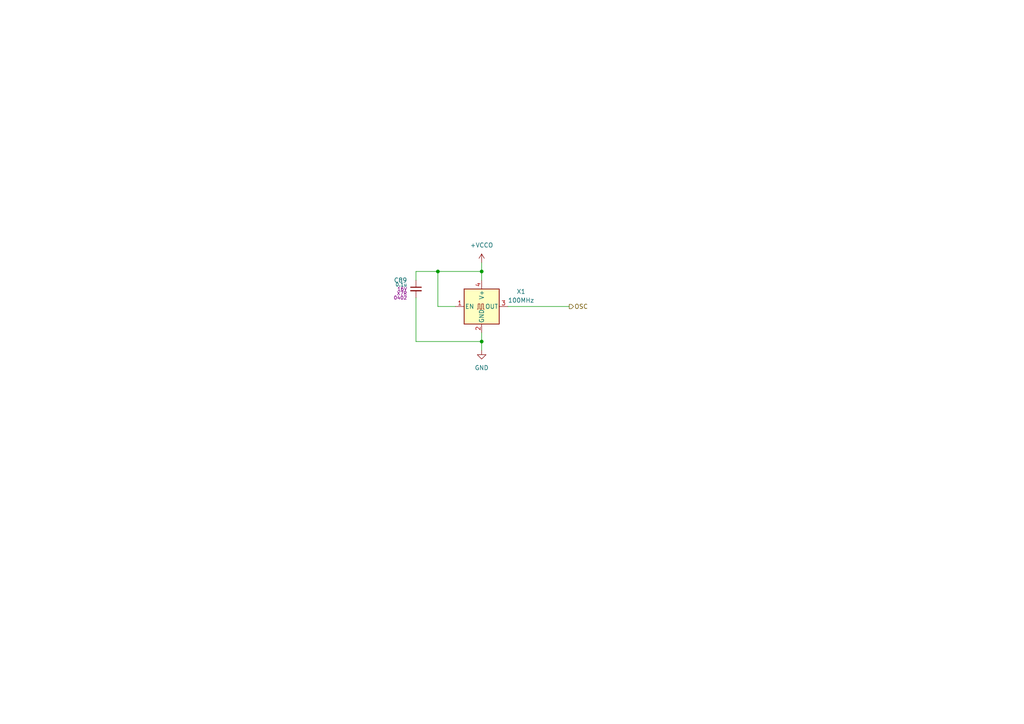
<source format=kicad_sch>
(kicad_sch (version 20230121) (generator eeschema)
  (paper "A4")
  (title_block (title "PCIeDMA") (date "2024-01-01") (rev "1"))
  (lib_symbols
    (symbol "Device:C_Small" (pin_numbers hide) (pin_names (offset 0.254) hide)
      (property "Reference" "C" (at 0.254 1.778 0))
      (property "Value" "C_Small" (at 0.254 -2.032 0))
      (symbol "C_Small_0_1"
        (polyline (pts (xy -1.524 -0.508) (xy 1.524 -0.508)) (stroke (width 0.3302)))
        (polyline (pts (xy -1.524 0.508) (xy 1.524 0.508)) (stroke (width 0.3048)))
      )
      (symbol "C_Small_1_1"
        (pin passive line (at 0 2.54 270) (length 2.032) (name "~") (number "1"))
        (pin passive line (at 0 -2.54 90) (length 2.032) (name "~") (number "2"))
      )
    )
    (symbol "PCIeDMA:+VCCO" (power) (pin_names (offset 0))
      (property "Value" "+VCCO" (at 0 3.556 0))
      (symbol "+VCCO_0_1"
        (polyline (pts (xy -0.762 1.27) (xy 0 2.54)))
        (polyline (pts (xy 0 0) (xy 0 2.54)))
        (polyline (pts (xy 0 2.54) (xy 0.762 1.27)))
      )
      (symbol "+VCCO_1_1"
        (pin power_in line (at 0 0 90) (length 0) hide (name "+VCCO") (number "1"))
      )
    )
    (symbol "PCIeDMA:Oscillator" (pin_names (offset 0.254))
      (property "Reference" "X" (at -5.08 6.35 0))
      (property "Value" "Oscillator" (at 1.27 -6.35 0))
      (symbol "Oscillator_0_1"
        (rectangle (start -5.08 5.08) (end 5.08 -5.08) (stroke (width 0.254)) (fill (type background)))
        (polyline (pts (xy -1.27 -0.762) (xy -1.016 -0.762) (xy -1.016 0.762) (xy -0.508 0.762) (xy -0.508 -0.762) (xy 0 -0.762) (xy 0 0.762) (xy 0.508 0.762) (xy 0.508 -0.762) (xy 0.762 -0.762)))
      )
      (symbol "Oscillator_1_1"
        (pin input line (at -7.62 0 0) (length 2.54) (name "EN") (number "1"))
        (pin power_in line (at 0 -7.62 90) (length 2.54) (name "GND") (number "2"))
        (pin output line (at 7.62 0 180) (length 2.54) (name "OUT") (number "3"))
        (pin power_in line (at 0 7.62 270) (length 2.54) (name "V+") (number "4"))
      )
    )
    (symbol "power:GND" (power) (pin_names (offset 0))
      (property "Value" "GND" (at 0 -3.81 0))
      (symbol "GND_0_1"
        (polyline (pts (xy 0 0) (xy 0 -1.27) (xy 1.27 -1.27) (xy 0 -2.54) (xy -1.27 -1.27) (xy 0 -1.27)))
      )
      (symbol "GND_1_1"
        (pin power_in line (at 0 0 270) (length 0) hide (name "GND") (number "1"))
      )
    )
  )
  (junction (at 139.7 99.06))
  (junction (at 127 78.74))
  (junction (at 139.7 78.74))
  (wire (pts (xy 120.65 78.74) (xy 120.65 81.28)))
  (wire (pts (xy 139.7 99.06) (xy 139.7 101.6)))
  (wire (pts (xy 139.7 78.74) (xy 139.7 81.28)))
  (wire (pts (xy 139.7 76.2) (xy 139.7 78.74)))
  (wire (pts (xy 127 78.74) (xy 120.65 78.74)))
  (wire (pts (xy 132.08 88.9) (xy 127 88.9)))
  (wire (pts (xy 127 88.9) (xy 127 78.74)))
  (wire (pts (xy 147.32 88.9) (xy 165.1 88.9)))
  (wire (pts (xy 120.65 99.06) (xy 139.7 99.06)))
  (wire (pts (xy 139.7 96.52) (xy 139.7 99.06)))
  (wire (pts (xy 139.7 78.74) (xy 127 78.74)))
  (wire (pts (xy 120.65 86.36) (xy 120.65 99.06)))
  (hierarchical_label "OSC" (shape output) (at 165.1 88.9 0))
  (symbol (lib_id "power:GND") (at 139.7 101.6 0) (unit 1)
    (property "Reference" "#PWR098" (effects hide))
    (property "Value" "GND" (at 139.7 106.68 0))
  )
  (symbol (lib_id "Device:C_Small") (at 120.65 83.82 0) (mirror y) (unit 1)
    (property "Reference" "C89" (at 118.11 81.28 0) (effects (justify left)))
    (property "Value" "0.1u" (at 118.11 82.55 0) (effects (font (size 1 1)) (justify left)))
    (property "Footprint" "Capacitor_SMD:C_0402_1005Metric" (effects hide))
    (property "Rating" "16V" (at 118.11 83.82 0) (effects (font (size 1 1)) (justify left)))
    (property "Class" "X7R" (at 118.11 85.09 0) (effects (font (size 1 1)) (justify left)))
    (property "Size" "0402" (at 118.11 86.36 0) (effects (font (size 1 1)) (justify left)))
  )
  (symbol (lib_id "PCIeDMA:Oscillator") (at 139.7 88.9 0) (unit 1)
    (property "Reference" "X1" (at 151.13 84.5693 0))
    (property "Value" "100MHz" (at 151.13 87.1093 0))
    (property "Footprint" "Crystal:Crystal_SMD_3225-4Pin_3.2x2.5mm" (effects hide))
  )
  (symbol (lib_id "PCIeDMA:+VCCO") (at 139.7 76.2 0) (unit 1)
    (property "Reference" "#PWR097" (effects hide))
    (property "Value" "+VCCO" (at 139.7 71.12 0))
  )
)
</source>
